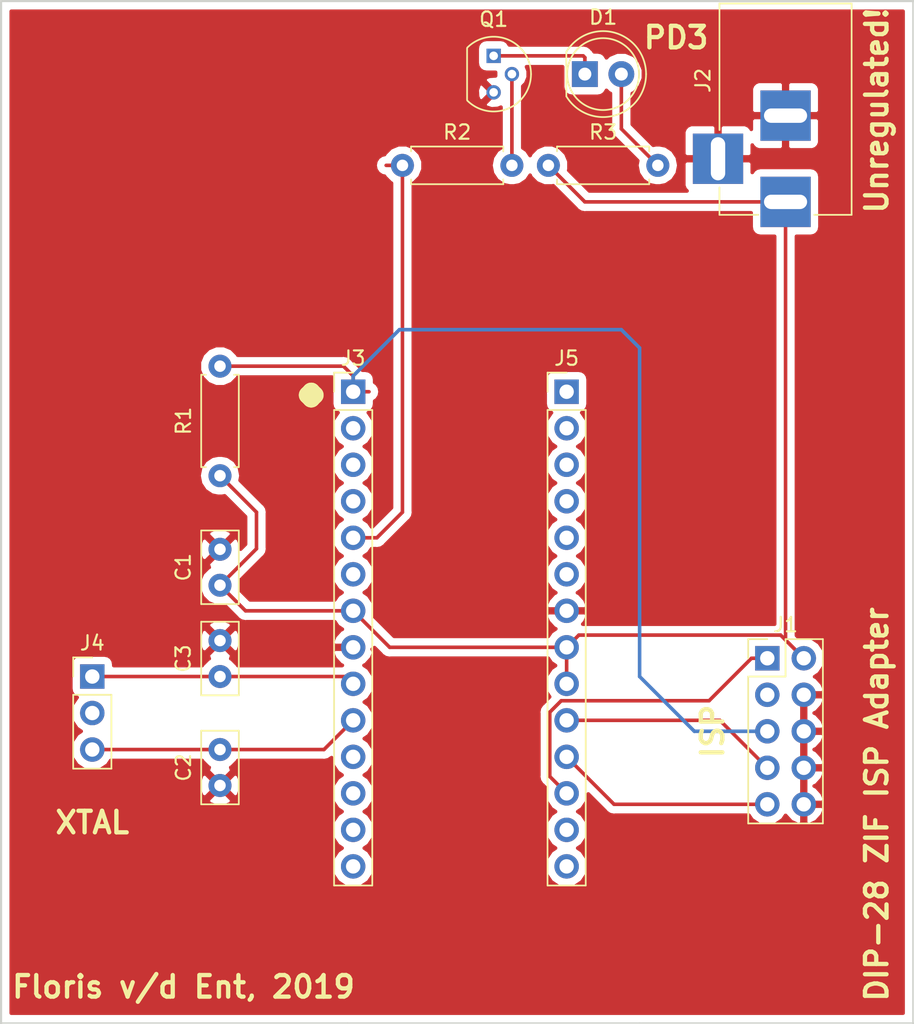
<source format=kicad_pcb>
(kicad_pcb (version 20171130) (host pcbnew "(5.0.2)-1")

  (general
    (thickness 1.6)
    (drawings 13)
    (tracks 54)
    (zones 0)
    (modules 13)
    (nets 31)
  )

  (page A4)
  (layers
    (0 F.Cu signal)
    (31 B.Cu signal)
    (32 B.Adhes user)
    (33 F.Adhes user)
    (34 B.Paste user)
    (35 F.Paste user)
    (36 B.SilkS user)
    (37 F.SilkS user)
    (38 B.Mask user)
    (39 F.Mask user)
    (40 Dwgs.User user)
    (41 Cmts.User user)
    (42 Eco1.User user)
    (43 Eco2.User user)
    (44 Edge.Cuts user)
    (45 Margin user)
    (46 B.CrtYd user)
    (47 F.CrtYd user)
    (48 B.Fab user)
    (49 F.Fab user)
  )

  (setup
    (last_trace_width 0.25)
    (trace_clearance 0.2)
    (zone_clearance 0.508)
    (zone_45_only no)
    (trace_min 0.2)
    (segment_width 0.2)
    (edge_width 0.15)
    (via_size 0.8)
    (via_drill 0.4)
    (via_min_size 0.4)
    (via_min_drill 0.3)
    (uvia_size 0.3)
    (uvia_drill 0.1)
    (uvias_allowed no)
    (uvia_min_size 0.2)
    (uvia_min_drill 0.1)
    (pcb_text_width 0.3)
    (pcb_text_size 1.5 1.5)
    (mod_edge_width 0.15)
    (mod_text_size 1 1)
    (mod_text_width 0.15)
    (pad_size 3.5 3.5)
    (pad_drill 3.5)
    (pad_to_mask_clearance 0.051)
    (solder_mask_min_width 0.25)
    (aux_axis_origin 0 0)
    (visible_elements 7FFFFFFF)
    (pcbplotparams
      (layerselection 0x010f0_ffffffff)
      (usegerberextensions false)
      (usegerberattributes false)
      (usegerberadvancedattributes false)
      (creategerberjobfile false)
      (excludeedgelayer true)
      (linewidth 0.100000)
      (plotframeref false)
      (viasonmask false)
      (mode 1)
      (useauxorigin false)
      (hpglpennumber 1)
      (hpglpenspeed 20)
      (hpglpendiameter 15.000000)
      (psnegative false)
      (psa4output false)
      (plotreference true)
      (plotvalue true)
      (plotinvisibletext false)
      (padsonsilk false)
      (subtractmaskfromsilk false)
      (outputformat 1)
      (mirror false)
      (drillshape 0)
      (scaleselection 1)
      (outputdirectory "C:/Users/flori/Google Drive/Prive/personal projects/dip28_zif_programmer/gerbers/"))
  )

  (net 0 "")
  (net 1 GND)
  (net 2 VCC)
  (net 3 XTAL2)
  (net 4 XTAL1)
  (net 5 "Net-(D1-Pad2)")
  (net 6 "Net-(D1-Pad1)")
  (net 7 MISO)
  (net 8 SCK)
  (net 9 RST)
  (net 10 "Net-(J1-Pad3)")
  (net 11 MOSI)
  (net 12 "Net-(J3-Pad2)")
  (net 13 "Net-(J3-Pad3)")
  (net 14 "Net-(J3-Pad4)")
  (net 15 LED)
  (net 16 "Net-(J3-Pad6)")
  (net 17 "Net-(J3-Pad11)")
  (net 18 "Net-(J3-Pad12)")
  (net 19 "Net-(J3-Pad13)")
  (net 20 "Net-(J3-Pad14)")
  (net 21 "Net-(J4-Pad2)")
  (net 22 "Net-(J5-Pad14)")
  (net 23 "Net-(J5-Pad13)")
  (net 24 "Net-(J5-Pad6)")
  (net 25 "Net-(J5-Pad5)")
  (net 26 "Net-(J5-Pad4)")
  (net 27 "Net-(J5-Pad3)")
  (net 28 "Net-(J5-Pad2)")
  (net 29 "Net-(J5-Pad1)")
  (net 30 "Net-(Q1-Pad2)")

  (net_class Default "This is the default net class."
    (clearance 0.2)
    (trace_width 0.25)
    (via_dia 0.8)
    (via_drill 0.4)
    (uvia_dia 0.3)
    (uvia_drill 0.1)
    (add_net GND)
    (add_net LED)
    (add_net MISO)
    (add_net MOSI)
    (add_net "Net-(D1-Pad1)")
    (add_net "Net-(D1-Pad2)")
    (add_net "Net-(J1-Pad3)")
    (add_net "Net-(J3-Pad11)")
    (add_net "Net-(J3-Pad12)")
    (add_net "Net-(J3-Pad13)")
    (add_net "Net-(J3-Pad14)")
    (add_net "Net-(J3-Pad2)")
    (add_net "Net-(J3-Pad3)")
    (add_net "Net-(J3-Pad4)")
    (add_net "Net-(J3-Pad6)")
    (add_net "Net-(J4-Pad2)")
    (add_net "Net-(J5-Pad1)")
    (add_net "Net-(J5-Pad13)")
    (add_net "Net-(J5-Pad14)")
    (add_net "Net-(J5-Pad2)")
    (add_net "Net-(J5-Pad3)")
    (add_net "Net-(J5-Pad4)")
    (add_net "Net-(J5-Pad5)")
    (add_net "Net-(J5-Pad6)")
    (add_net "Net-(Q1-Pad2)")
    (add_net RST)
    (add_net SCK)
    (add_net VCC)
    (add_net XTAL1)
    (add_net XTAL2)
  )

  (module Connector_PinHeader_2.54mm:PinHeader_1x14_P2.54mm_Vertical (layer F.Cu) (tedit 59FED5CC) (tstamp 5CAB0702)
    (at 157.48 79.248)
    (descr "Through hole straight pin header, 1x14, 2.54mm pitch, single row")
    (tags "Through hole pin header THT 1x14 2.54mm single row")
    (path /5CA9FB74)
    (fp_text reference J5 (at 0 -2.33) (layer F.SilkS)
      (effects (font (size 1 1) (thickness 0.15)))
    )
    (fp_text value Conn_01x14 (at 0 35.35) (layer F.Fab)
      (effects (font (size 1 1) (thickness 0.15)))
    )
    (fp_text user %R (at 0 16.51 90) (layer F.Fab)
      (effects (font (size 1 1) (thickness 0.15)))
    )
    (fp_line (start 1.8 -1.8) (end -1.8 -1.8) (layer F.CrtYd) (width 0.05))
    (fp_line (start 1.8 34.8) (end 1.8 -1.8) (layer F.CrtYd) (width 0.05))
    (fp_line (start -1.8 34.8) (end 1.8 34.8) (layer F.CrtYd) (width 0.05))
    (fp_line (start -1.8 -1.8) (end -1.8 34.8) (layer F.CrtYd) (width 0.05))
    (fp_line (start -1.33 -1.33) (end 0 -1.33) (layer F.SilkS) (width 0.12))
    (fp_line (start -1.33 0) (end -1.33 -1.33) (layer F.SilkS) (width 0.12))
    (fp_line (start -1.33 1.27) (end 1.33 1.27) (layer F.SilkS) (width 0.12))
    (fp_line (start 1.33 1.27) (end 1.33 34.35) (layer F.SilkS) (width 0.12))
    (fp_line (start -1.33 1.27) (end -1.33 34.35) (layer F.SilkS) (width 0.12))
    (fp_line (start -1.33 34.35) (end 1.33 34.35) (layer F.SilkS) (width 0.12))
    (fp_line (start -1.27 -0.635) (end -0.635 -1.27) (layer F.Fab) (width 0.1))
    (fp_line (start -1.27 34.29) (end -1.27 -0.635) (layer F.Fab) (width 0.1))
    (fp_line (start 1.27 34.29) (end -1.27 34.29) (layer F.Fab) (width 0.1))
    (fp_line (start 1.27 -1.27) (end 1.27 34.29) (layer F.Fab) (width 0.1))
    (fp_line (start -0.635 -1.27) (end 1.27 -1.27) (layer F.Fab) (width 0.1))
    (pad 14 thru_hole oval (at 0 33.02) (size 1.7 1.7) (drill 1) (layers *.Cu *.Mask)
      (net 22 "Net-(J5-Pad14)"))
    (pad 13 thru_hole oval (at 0 30.48) (size 1.7 1.7) (drill 1) (layers *.Cu *.Mask)
      (net 23 "Net-(J5-Pad13)"))
    (pad 12 thru_hole oval (at 0 27.94) (size 1.7 1.7) (drill 1) (layers *.Cu *.Mask)
      (net 11 MOSI))
    (pad 11 thru_hole oval (at 0 25.4) (size 1.7 1.7) (drill 1) (layers *.Cu *.Mask)
      (net 7 MISO))
    (pad 10 thru_hole oval (at 0 22.86) (size 1.7 1.7) (drill 1) (layers *.Cu *.Mask)
      (net 8 SCK))
    (pad 9 thru_hole oval (at 0 20.32) (size 1.7 1.7) (drill 1) (layers *.Cu *.Mask)
      (net 2 VCC))
    (pad 8 thru_hole oval (at 0 17.78) (size 1.7 1.7) (drill 1) (layers *.Cu *.Mask)
      (net 2 VCC))
    (pad 7 thru_hole oval (at 0 15.24) (size 1.7 1.7) (drill 1) (layers *.Cu *.Mask)
      (net 1 GND))
    (pad 6 thru_hole oval (at 0 12.7) (size 1.7 1.7) (drill 1) (layers *.Cu *.Mask)
      (net 24 "Net-(J5-Pad6)"))
    (pad 5 thru_hole oval (at 0 10.16) (size 1.7 1.7) (drill 1) (layers *.Cu *.Mask)
      (net 25 "Net-(J5-Pad5)"))
    (pad 4 thru_hole oval (at 0 7.62) (size 1.7 1.7) (drill 1) (layers *.Cu *.Mask)
      (net 26 "Net-(J5-Pad4)"))
    (pad 3 thru_hole oval (at 0 5.08) (size 1.7 1.7) (drill 1) (layers *.Cu *.Mask)
      (net 27 "Net-(J5-Pad3)"))
    (pad 2 thru_hole oval (at 0 2.54) (size 1.7 1.7) (drill 1) (layers *.Cu *.Mask)
      (net 28 "Net-(J5-Pad2)"))
    (pad 1 thru_hole rect (at 0 0) (size 1.7 1.7) (drill 1) (layers *.Cu *.Mask)
      (net 29 "Net-(J5-Pad1)"))
    (model ${KISYS3DMOD}/Connector_PinHeader_2.54mm.3dshapes/PinHeader_1x14_P2.54mm_Vertical.wrl
      (at (xyz 0 0 0))
      (scale (xyz 1 1 1))
      (rotate (xyz 0 0 0))
    )
  )

  (module Resistors_THT:R_Axial_DIN0207_L6.3mm_D2.5mm_P7.62mm_Horizontal (layer F.Cu) (tedit 5874F706) (tstamp 5CABFE15)
    (at 133.35 77.47 270)
    (descr "Resistor, Axial_DIN0207 series, Axial, Horizontal, pin pitch=7.62mm, 0.25W = 1/4W, length*diameter=6.3*2.5mm^2, http://cdn-reichelt.de/documents/datenblatt/B400/1_4W%23YAG.pdf")
    (tags "Resistor Axial_DIN0207 series Axial Horizontal pin pitch 7.62mm 0.25W = 1/4W length 6.3mm diameter 2.5mm")
    (path /5CA9FE23)
    (fp_text reference R1 (at 3.81 2.54 270) (layer F.SilkS)
      (effects (font (size 1 1) (thickness 0.15)))
    )
    (fp_text value 10k (at 3.81 2.31 270) (layer F.Fab)
      (effects (font (size 1 1) (thickness 0.15)))
    )
    (fp_line (start 8.7 -1.6) (end -1.05 -1.6) (layer F.CrtYd) (width 0.05))
    (fp_line (start 8.7 1.6) (end 8.7 -1.6) (layer F.CrtYd) (width 0.05))
    (fp_line (start -1.05 1.6) (end 8.7 1.6) (layer F.CrtYd) (width 0.05))
    (fp_line (start -1.05 -1.6) (end -1.05 1.6) (layer F.CrtYd) (width 0.05))
    (fp_line (start 7.02 1.31) (end 7.02 0.98) (layer F.SilkS) (width 0.12))
    (fp_line (start 0.6 1.31) (end 7.02 1.31) (layer F.SilkS) (width 0.12))
    (fp_line (start 0.6 0.98) (end 0.6 1.31) (layer F.SilkS) (width 0.12))
    (fp_line (start 7.02 -1.31) (end 7.02 -0.98) (layer F.SilkS) (width 0.12))
    (fp_line (start 0.6 -1.31) (end 7.02 -1.31) (layer F.SilkS) (width 0.12))
    (fp_line (start 0.6 -0.98) (end 0.6 -1.31) (layer F.SilkS) (width 0.12))
    (fp_line (start 7.62 0) (end 6.96 0) (layer F.Fab) (width 0.1))
    (fp_line (start 0 0) (end 0.66 0) (layer F.Fab) (width 0.1))
    (fp_line (start 6.96 -1.25) (end 0.66 -1.25) (layer F.Fab) (width 0.1))
    (fp_line (start 6.96 1.25) (end 6.96 -1.25) (layer F.Fab) (width 0.1))
    (fp_line (start 0.66 1.25) (end 6.96 1.25) (layer F.Fab) (width 0.1))
    (fp_line (start 0.66 -1.25) (end 0.66 1.25) (layer F.Fab) (width 0.1))
    (pad 2 thru_hole oval (at 7.62 0 270) (size 1.6 1.6) (drill 0.8) (layers *.Cu *.Mask)
      (net 2 VCC))
    (pad 1 thru_hole circle (at 0 0 270) (size 1.6 1.6) (drill 0.8) (layers *.Cu *.Mask)
      (net 9 RST))
    (model ${KISYS3DMOD}/Resistors_THT.3dshapes/R_Axial_DIN0207_L6.3mm_D2.5mm_P7.62mm_Horizontal.wrl
      (at (xyz 0 0 0))
      (scale (xyz 0.393701 0.393701 0.393701))
      (rotate (xyz 0 0 0))
    )
  )

  (module Capacitors_THT:C_Disc_D5.0mm_W2.5mm_P2.50mm (layer F.Cu) (tedit 597BC7C2) (tstamp 5CAB01E8)
    (at 133.35 92.71 90)
    (descr "C, Disc series, Radial, pin pitch=2.50mm, , diameter*width=5*2.5mm^2, Capacitor, http://cdn-reichelt.de/documents/datenblatt/B300/DS_KERKO_TC.pdf")
    (tags "C Disc series Radial pin pitch 2.50mm  diameter 5mm width 2.5mm Capacitor")
    (path /5CAA18DD)
    (fp_text reference C1 (at 1.25 -2.56 90) (layer F.SilkS)
      (effects (font (size 1 1) (thickness 0.15)))
    )
    (fp_text value 100n (at 1.25 2.56 90) (layer F.Fab)
      (effects (font (size 1 1) (thickness 0.15)))
    )
    (fp_text user %R (at 1.25 0 90) (layer F.Fab)
      (effects (font (size 1 1) (thickness 0.15)))
    )
    (fp_line (start 4.1 -1.6) (end -1.6 -1.6) (layer F.CrtYd) (width 0.05))
    (fp_line (start 4.1 1.6) (end 4.1 -1.6) (layer F.CrtYd) (width 0.05))
    (fp_line (start -1.6 1.6) (end 4.1 1.6) (layer F.CrtYd) (width 0.05))
    (fp_line (start -1.6 -1.6) (end -1.6 1.6) (layer F.CrtYd) (width 0.05))
    (fp_line (start 3.81 -1.31) (end 3.81 1.31) (layer F.SilkS) (width 0.12))
    (fp_line (start -1.31 -1.31) (end -1.31 1.31) (layer F.SilkS) (width 0.12))
    (fp_line (start -1.31 1.31) (end 3.81 1.31) (layer F.SilkS) (width 0.12))
    (fp_line (start -1.31 -1.31) (end 3.81 -1.31) (layer F.SilkS) (width 0.12))
    (fp_line (start 3.75 -1.25) (end -1.25 -1.25) (layer F.Fab) (width 0.1))
    (fp_line (start 3.75 1.25) (end 3.75 -1.25) (layer F.Fab) (width 0.1))
    (fp_line (start -1.25 1.25) (end 3.75 1.25) (layer F.Fab) (width 0.1))
    (fp_line (start -1.25 -1.25) (end -1.25 1.25) (layer F.Fab) (width 0.1))
    (pad 2 thru_hole circle (at 2.5 0 90) (size 1.6 1.6) (drill 0.8) (layers *.Cu *.Mask)
      (net 1 GND))
    (pad 1 thru_hole circle (at 0 0 90) (size 1.6 1.6) (drill 0.8) (layers *.Cu *.Mask)
      (net 2 VCC))
    (model ${KISYS3DMOD}/Capacitors_THT.3dshapes/C_Disc_D5.0mm_W2.5mm_P2.50mm.wrl
      (at (xyz 0 0 0))
      (scale (xyz 1 1 1))
      (rotate (xyz 0 0 0))
    )
  )

  (module Capacitors_THT:C_Disc_D5.0mm_W2.5mm_P2.50mm (layer F.Cu) (tedit 597BC7C2) (tstamp 5CAB01B2)
    (at 133.35 104.14 270)
    (descr "C, Disc series, Radial, pin pitch=2.50mm, , diameter*width=5*2.5mm^2, Capacitor, http://cdn-reichelt.de/documents/datenblatt/B300/DS_KERKO_TC.pdf")
    (tags "C Disc series Radial pin pitch 2.50mm  diameter 5mm width 2.5mm Capacitor")
    (path /5CAA005D)
    (fp_text reference C2 (at 1.25 2.54 270) (layer F.SilkS)
      (effects (font (size 1 1) (thickness 0.15)))
    )
    (fp_text value 22p (at 1.27 -2.54 270) (layer F.Fab)
      (effects (font (size 1 1) (thickness 0.15)))
    )
    (fp_line (start -1.25 -1.25) (end -1.25 1.25) (layer F.Fab) (width 0.1))
    (fp_line (start -1.25 1.25) (end 3.75 1.25) (layer F.Fab) (width 0.1))
    (fp_line (start 3.75 1.25) (end 3.75 -1.25) (layer F.Fab) (width 0.1))
    (fp_line (start 3.75 -1.25) (end -1.25 -1.25) (layer F.Fab) (width 0.1))
    (fp_line (start -1.31 -1.31) (end 3.81 -1.31) (layer F.SilkS) (width 0.12))
    (fp_line (start -1.31 1.31) (end 3.81 1.31) (layer F.SilkS) (width 0.12))
    (fp_line (start -1.31 -1.31) (end -1.31 1.31) (layer F.SilkS) (width 0.12))
    (fp_line (start 3.81 -1.31) (end 3.81 1.31) (layer F.SilkS) (width 0.12))
    (fp_line (start -1.6 -1.6) (end -1.6 1.6) (layer F.CrtYd) (width 0.05))
    (fp_line (start -1.6 1.6) (end 4.1 1.6) (layer F.CrtYd) (width 0.05))
    (fp_line (start 4.1 1.6) (end 4.1 -1.6) (layer F.CrtYd) (width 0.05))
    (fp_line (start 4.1 -1.6) (end -1.6 -1.6) (layer F.CrtYd) (width 0.05))
    (fp_text user %R (at 1.25 0 270) (layer F.Fab)
      (effects (font (size 1 1) (thickness 0.15)))
    )
    (pad 1 thru_hole circle (at 0 0 270) (size 1.6 1.6) (drill 0.8) (layers *.Cu *.Mask)
      (net 3 XTAL2))
    (pad 2 thru_hole circle (at 2.5 0 270) (size 1.6 1.6) (drill 0.8) (layers *.Cu *.Mask)
      (net 1 GND))
    (model ${KISYS3DMOD}/Capacitors_THT.3dshapes/C_Disc_D5.0mm_W2.5mm_P2.50mm.wrl
      (at (xyz 0 0 0))
      (scale (xyz 1 1 1))
      (rotate (xyz 0 0 0))
    )
  )

  (module Capacitors_THT:C_Disc_D5.0mm_W2.5mm_P2.50mm (layer F.Cu) (tedit 597BC7C2) (tstamp 5CAB017C)
    (at 133.35 99.06 90)
    (descr "C, Disc series, Radial, pin pitch=2.50mm, , diameter*width=5*2.5mm^2, Capacitor, http://cdn-reichelt.de/documents/datenblatt/B300/DS_KERKO_TC.pdf")
    (tags "C Disc series Radial pin pitch 2.50mm  diameter 5mm width 2.5mm Capacitor")
    (path /5CA9FFEC)
    (fp_text reference C3 (at 1.25 -2.56 90) (layer F.SilkS)
      (effects (font (size 1 1) (thickness 0.15)))
    )
    (fp_text value 22p (at 1.25 2.56 90) (layer F.Fab)
      (effects (font (size 1 1) (thickness 0.15)))
    )
    (fp_text user %R (at 1.25 0 90) (layer F.Fab)
      (effects (font (size 1 1) (thickness 0.15)))
    )
    (fp_line (start 4.1 -1.6) (end -1.6 -1.6) (layer F.CrtYd) (width 0.05))
    (fp_line (start 4.1 1.6) (end 4.1 -1.6) (layer F.CrtYd) (width 0.05))
    (fp_line (start -1.6 1.6) (end 4.1 1.6) (layer F.CrtYd) (width 0.05))
    (fp_line (start -1.6 -1.6) (end -1.6 1.6) (layer F.CrtYd) (width 0.05))
    (fp_line (start 3.81 -1.31) (end 3.81 1.31) (layer F.SilkS) (width 0.12))
    (fp_line (start -1.31 -1.31) (end -1.31 1.31) (layer F.SilkS) (width 0.12))
    (fp_line (start -1.31 1.31) (end 3.81 1.31) (layer F.SilkS) (width 0.12))
    (fp_line (start -1.31 -1.31) (end 3.81 -1.31) (layer F.SilkS) (width 0.12))
    (fp_line (start 3.75 -1.25) (end -1.25 -1.25) (layer F.Fab) (width 0.1))
    (fp_line (start 3.75 1.25) (end 3.75 -1.25) (layer F.Fab) (width 0.1))
    (fp_line (start -1.25 1.25) (end 3.75 1.25) (layer F.Fab) (width 0.1))
    (fp_line (start -1.25 -1.25) (end -1.25 1.25) (layer F.Fab) (width 0.1))
    (pad 2 thru_hole circle (at 2.5 0 90) (size 1.6 1.6) (drill 0.8) (layers *.Cu *.Mask)
      (net 1 GND))
    (pad 1 thru_hole circle (at 0 0 90) (size 1.6 1.6) (drill 0.8) (layers *.Cu *.Mask)
      (net 4 XTAL1))
    (model ${KISYS3DMOD}/Capacitors_THT.3dshapes/C_Disc_D5.0mm_W2.5mm_P2.50mm.wrl
      (at (xyz 0 0 0))
      (scale (xyz 1 1 1))
      (rotate (xyz 0 0 0))
    )
  )

  (module LEDs:LED_D5.0mm (layer F.Cu) (tedit 5995936A) (tstamp 5CAB0148)
    (at 158.75 57.15)
    (descr "LED, diameter 5.0mm, 2 pins, http://cdn-reichelt.de/documents/datenblatt/A500/LL-504BC2E-009.pdf")
    (tags "LED diameter 5.0mm 2 pins")
    (path /5CAA1EB7)
    (fp_text reference D1 (at 1.27 -3.96) (layer F.SilkS)
      (effects (font (size 1 1) (thickness 0.15)))
    )
    (fp_text value LED_ALT (at 1.27 3.96) (layer F.Fab)
      (effects (font (size 1 1) (thickness 0.15)))
    )
    (fp_text user %R (at 1.25 0) (layer F.Fab)
      (effects (font (size 0.8 0.8) (thickness 0.2)))
    )
    (fp_line (start 4.5 -3.25) (end -1.95 -3.25) (layer F.CrtYd) (width 0.05))
    (fp_line (start 4.5 3.25) (end 4.5 -3.25) (layer F.CrtYd) (width 0.05))
    (fp_line (start -1.95 3.25) (end 4.5 3.25) (layer F.CrtYd) (width 0.05))
    (fp_line (start -1.95 -3.25) (end -1.95 3.25) (layer F.CrtYd) (width 0.05))
    (fp_line (start -1.29 -1.545) (end -1.29 1.545) (layer F.SilkS) (width 0.12))
    (fp_line (start -1.23 -1.469694) (end -1.23 1.469694) (layer F.Fab) (width 0.1))
    (fp_circle (center 1.27 0) (end 3.77 0) (layer F.SilkS) (width 0.12))
    (fp_circle (center 1.27 0) (end 3.77 0) (layer F.Fab) (width 0.1))
    (fp_arc (start 1.27 0) (end -1.29 1.54483) (angle -148.9) (layer F.SilkS) (width 0.12))
    (fp_arc (start 1.27 0) (end -1.29 -1.54483) (angle 148.9) (layer F.SilkS) (width 0.12))
    (fp_arc (start 1.27 0) (end -1.23 -1.469694) (angle 299.1) (layer F.Fab) (width 0.1))
    (pad 2 thru_hole circle (at 2.54 0) (size 1.8 1.8) (drill 0.9) (layers *.Cu *.Mask)
      (net 5 "Net-(D1-Pad2)"))
    (pad 1 thru_hole rect (at 0 0) (size 1.8 1.8) (drill 0.9) (layers *.Cu *.Mask)
      (net 6 "Net-(D1-Pad1)"))
    (model ${KISYS3DMOD}/LEDs.3dshapes/LED_D5.0mm.wrl
      (at (xyz 0 0 0))
      (scale (xyz 0.393701 0.393701 0.393701))
      (rotate (xyz 0 0 0))
    )
  )

  (module Pin_Headers:Pin_Header_Straight_2x05_Pitch2.54mm (layer F.Cu) (tedit 59650532) (tstamp 5CAB0096)
    (at 171.45 97.79)
    (descr "Through hole straight pin header, 2x05, 2.54mm pitch, double rows")
    (tags "Through hole pin header THT 2x05 2.54mm double row")
    (path /5CAA061C)
    (fp_text reference J1 (at 1.27 -2.33) (layer F.SilkS)
      (effects (font (size 1 1) (thickness 0.15)))
    )
    (fp_text value AVR-ISP-10 (at 1.27 12.49) (layer F.Fab)
      (effects (font (size 1 1) (thickness 0.15)))
    )
    (fp_text user %R (at 1.27 5.08 90) (layer F.Fab)
      (effects (font (size 1 1) (thickness 0.15)))
    )
    (fp_line (start 4.35 -1.8) (end -1.8 -1.8) (layer F.CrtYd) (width 0.05))
    (fp_line (start 4.35 11.95) (end 4.35 -1.8) (layer F.CrtYd) (width 0.05))
    (fp_line (start -1.8 11.95) (end 4.35 11.95) (layer F.CrtYd) (width 0.05))
    (fp_line (start -1.8 -1.8) (end -1.8 11.95) (layer F.CrtYd) (width 0.05))
    (fp_line (start -1.33 -1.33) (end 0 -1.33) (layer F.SilkS) (width 0.12))
    (fp_line (start -1.33 0) (end -1.33 -1.33) (layer F.SilkS) (width 0.12))
    (fp_line (start 1.27 -1.33) (end 3.87 -1.33) (layer F.SilkS) (width 0.12))
    (fp_line (start 1.27 1.27) (end 1.27 -1.33) (layer F.SilkS) (width 0.12))
    (fp_line (start -1.33 1.27) (end 1.27 1.27) (layer F.SilkS) (width 0.12))
    (fp_line (start 3.87 -1.33) (end 3.87 11.49) (layer F.SilkS) (width 0.12))
    (fp_line (start -1.33 1.27) (end -1.33 11.49) (layer F.SilkS) (width 0.12))
    (fp_line (start -1.33 11.49) (end 3.87 11.49) (layer F.SilkS) (width 0.12))
    (fp_line (start -1.27 0) (end 0 -1.27) (layer F.Fab) (width 0.1))
    (fp_line (start -1.27 11.43) (end -1.27 0) (layer F.Fab) (width 0.1))
    (fp_line (start 3.81 11.43) (end -1.27 11.43) (layer F.Fab) (width 0.1))
    (fp_line (start 3.81 -1.27) (end 3.81 11.43) (layer F.Fab) (width 0.1))
    (fp_line (start 0 -1.27) (end 3.81 -1.27) (layer F.Fab) (width 0.1))
    (pad 10 thru_hole oval (at 2.54 10.16) (size 1.7 1.7) (drill 1) (layers *.Cu *.Mask)
      (net 1 GND))
    (pad 9 thru_hole oval (at 0 10.16) (size 1.7 1.7) (drill 1) (layers *.Cu *.Mask)
      (net 7 MISO))
    (pad 8 thru_hole oval (at 2.54 7.62) (size 1.7 1.7) (drill 1) (layers *.Cu *.Mask)
      (net 1 GND))
    (pad 7 thru_hole oval (at 0 7.62) (size 1.7 1.7) (drill 1) (layers *.Cu *.Mask)
      (net 8 SCK))
    (pad 6 thru_hole oval (at 2.54 5.08) (size 1.7 1.7) (drill 1) (layers *.Cu *.Mask)
      (net 1 GND))
    (pad 5 thru_hole oval (at 0 5.08) (size 1.7 1.7) (drill 1) (layers *.Cu *.Mask)
      (net 9 RST))
    (pad 4 thru_hole oval (at 2.54 2.54) (size 1.7 1.7) (drill 1) (layers *.Cu *.Mask)
      (net 1 GND))
    (pad 3 thru_hole oval (at 0 2.54) (size 1.7 1.7) (drill 1) (layers *.Cu *.Mask)
      (net 10 "Net-(J1-Pad3)"))
    (pad 2 thru_hole oval (at 2.54 0) (size 1.7 1.7) (drill 1) (layers *.Cu *.Mask)
      (net 2 VCC))
    (pad 1 thru_hole rect (at 0 0) (size 1.7 1.7) (drill 1) (layers *.Cu *.Mask)
      (net 11 MOSI))
    (model ${KISYS3DMOD}/Pin_Headers.3dshapes/Pin_Header_Straight_2x05_Pitch2.54mm.wrl
      (at (xyz 0 0 0))
      (scale (xyz 1 1 1))
      (rotate (xyz 0 0 0))
    )
  )

  (module Connectors:BARREL_JACK (layer F.Cu) (tedit 5861378E) (tstamp 5CAB003B)
    (at 172.72 66.04 270)
    (descr "DC Barrel Jack")
    (tags "Power Jack")
    (path /5CAA2437)
    (fp_text reference J2 (at -8.45 5.75 90) (layer F.SilkS)
      (effects (font (size 1 1) (thickness 0.15)))
    )
    (fp_text value Barrel_Jack_Switch (at -6.2 -5.5 270) (layer F.Fab)
      (effects (font (size 1 1) (thickness 0.15)))
    )
    (fp_line (start 0.8 -4.5) (end -13.7 -4.5) (layer F.Fab) (width 0.1))
    (fp_line (start 0.8 4.5) (end 0.8 -4.5) (layer F.Fab) (width 0.1))
    (fp_line (start -13.7 4.5) (end 0.8 4.5) (layer F.Fab) (width 0.1))
    (fp_line (start -13.7 -4.5) (end -13.7 4.5) (layer F.Fab) (width 0.1))
    (fp_line (start -10.2 -4.5) (end -10.2 4.5) (layer F.Fab) (width 0.1))
    (fp_line (start 0.9 -4.6) (end 0.9 -2) (layer F.SilkS) (width 0.12))
    (fp_line (start -13.8 -4.6) (end 0.9 -4.6) (layer F.SilkS) (width 0.12))
    (fp_line (start 0.9 4.6) (end -1 4.6) (layer F.SilkS) (width 0.12))
    (fp_line (start 0.9 1.9) (end 0.9 4.6) (layer F.SilkS) (width 0.12))
    (fp_line (start -13.8 4.6) (end -13.8 -4.6) (layer F.SilkS) (width 0.12))
    (fp_line (start -5 4.6) (end -13.8 4.6) (layer F.SilkS) (width 0.12))
    (fp_line (start -14 4.75) (end -14 -4.75) (layer F.CrtYd) (width 0.05))
    (fp_line (start -5 4.75) (end -14 4.75) (layer F.CrtYd) (width 0.05))
    (fp_line (start -5 6.75) (end -5 4.75) (layer F.CrtYd) (width 0.05))
    (fp_line (start -1 6.75) (end -5 6.75) (layer F.CrtYd) (width 0.05))
    (fp_line (start -1 4.75) (end -1 6.75) (layer F.CrtYd) (width 0.05))
    (fp_line (start 1 4.75) (end -1 4.75) (layer F.CrtYd) (width 0.05))
    (fp_line (start 1 2) (end 1 4.75) (layer F.CrtYd) (width 0.05))
    (fp_line (start 2 2) (end 1 2) (layer F.CrtYd) (width 0.05))
    (fp_line (start 2 -2) (end 2 2) (layer F.CrtYd) (width 0.05))
    (fp_line (start 1 -2) (end 2 -2) (layer F.CrtYd) (width 0.05))
    (fp_line (start 1 -4.5) (end 1 -2) (layer F.CrtYd) (width 0.05))
    (fp_line (start 1 -4.75) (end -14 -4.75) (layer F.CrtYd) (width 0.05))
    (fp_line (start 1 -4.5) (end 1 -4.75) (layer F.CrtYd) (width 0.05))
    (pad 3 thru_hole rect (at -3 4.7 270) (size 3.5 3.5) (drill oval 3 1) (layers *.Cu *.Mask)
      (net 1 GND))
    (pad 2 thru_hole rect (at -6 0 270) (size 3.5 3.5) (drill oval 1 3) (layers *.Cu *.Mask)
      (net 1 GND))
    (pad 1 thru_hole rect (at 0 0 270) (size 3.5 3.5) (drill oval 1 3) (layers *.Cu *.Mask)
      (net 2 VCC))
  )

  (module Connector_PinHeader_2.54mm:PinHeader_1x14_P2.54mm_Vertical (layer F.Cu) (tedit 59FED5CC) (tstamp 5CAB00F5)
    (at 142.621 79.248)
    (descr "Through hole straight pin header, 1x14, 2.54mm pitch, single row")
    (tags "Through hole pin header THT 1x14 2.54mm single row")
    (path /5CA9FB20)
    (fp_text reference J3 (at 0 -2.33) (layer F.SilkS)
      (effects (font (size 1 1) (thickness 0.15)))
    )
    (fp_text value Conn_01x14 (at 0 35.35) (layer F.Fab)
      (effects (font (size 1 1) (thickness 0.15)))
    )
    (fp_line (start -0.635 -1.27) (end 1.27 -1.27) (layer F.Fab) (width 0.1))
    (fp_line (start 1.27 -1.27) (end 1.27 34.29) (layer F.Fab) (width 0.1))
    (fp_line (start 1.27 34.29) (end -1.27 34.29) (layer F.Fab) (width 0.1))
    (fp_line (start -1.27 34.29) (end -1.27 -0.635) (layer F.Fab) (width 0.1))
    (fp_line (start -1.27 -0.635) (end -0.635 -1.27) (layer F.Fab) (width 0.1))
    (fp_line (start -1.33 34.35) (end 1.33 34.35) (layer F.SilkS) (width 0.12))
    (fp_line (start -1.33 1.27) (end -1.33 34.35) (layer F.SilkS) (width 0.12))
    (fp_line (start 1.33 1.27) (end 1.33 34.35) (layer F.SilkS) (width 0.12))
    (fp_line (start -1.33 1.27) (end 1.33 1.27) (layer F.SilkS) (width 0.12))
    (fp_line (start -1.33 0) (end -1.33 -1.33) (layer F.SilkS) (width 0.12))
    (fp_line (start -1.33 -1.33) (end 0 -1.33) (layer F.SilkS) (width 0.12))
    (fp_line (start -1.8 -1.8) (end -1.8 34.8) (layer F.CrtYd) (width 0.05))
    (fp_line (start -1.8 34.8) (end 1.8 34.8) (layer F.CrtYd) (width 0.05))
    (fp_line (start 1.8 34.8) (end 1.8 -1.8) (layer F.CrtYd) (width 0.05))
    (fp_line (start 1.8 -1.8) (end -1.8 -1.8) (layer F.CrtYd) (width 0.05))
    (fp_text user %R (at 0 16.51 90) (layer F.Fab)
      (effects (font (size 1 1) (thickness 0.15)))
    )
    (pad 1 thru_hole rect (at 0 0) (size 1.7 1.7) (drill 1) (layers *.Cu *.Mask)
      (net 9 RST))
    (pad 2 thru_hole oval (at 0 2.54) (size 1.7 1.7) (drill 1) (layers *.Cu *.Mask)
      (net 12 "Net-(J3-Pad2)"))
    (pad 3 thru_hole oval (at 0 5.08) (size 1.7 1.7) (drill 1) (layers *.Cu *.Mask)
      (net 13 "Net-(J3-Pad3)"))
    (pad 4 thru_hole oval (at 0 7.62) (size 1.7 1.7) (drill 1) (layers *.Cu *.Mask)
      (net 14 "Net-(J3-Pad4)"))
    (pad 5 thru_hole oval (at 0 10.16) (size 1.7 1.7) (drill 1) (layers *.Cu *.Mask)
      (net 15 LED))
    (pad 6 thru_hole oval (at 0 12.7) (size 1.7 1.7) (drill 1) (layers *.Cu *.Mask)
      (net 16 "Net-(J3-Pad6)"))
    (pad 7 thru_hole oval (at 0 15.24) (size 1.7 1.7) (drill 1) (layers *.Cu *.Mask)
      (net 2 VCC))
    (pad 8 thru_hole oval (at 0 17.78) (size 1.7 1.7) (drill 1) (layers *.Cu *.Mask)
      (net 1 GND))
    (pad 9 thru_hole oval (at 0 20.32) (size 1.7 1.7) (drill 1) (layers *.Cu *.Mask)
      (net 4 XTAL1))
    (pad 10 thru_hole oval (at 0 22.86) (size 1.7 1.7) (drill 1) (layers *.Cu *.Mask)
      (net 3 XTAL2))
    (pad 11 thru_hole oval (at 0 25.4) (size 1.7 1.7) (drill 1) (layers *.Cu *.Mask)
      (net 17 "Net-(J3-Pad11)"))
    (pad 12 thru_hole oval (at 0 27.94) (size 1.7 1.7) (drill 1) (layers *.Cu *.Mask)
      (net 18 "Net-(J3-Pad12)"))
    (pad 13 thru_hole oval (at 0 30.48) (size 1.7 1.7) (drill 1) (layers *.Cu *.Mask)
      (net 19 "Net-(J3-Pad13)"))
    (pad 14 thru_hole oval (at 0 33.02) (size 1.7 1.7) (drill 1) (layers *.Cu *.Mask)
      (net 20 "Net-(J3-Pad14)"))
    (model ${KISYS3DMOD}/Connector_PinHeader_2.54mm.3dshapes/PinHeader_1x14_P2.54mm_Vertical.wrl
      (at (xyz 0 0 0))
      (scale (xyz 1 1 1))
      (rotate (xyz 0 0 0))
    )
  )

  (module Connector_PinHeader_2.54mm:PinHeader_1x03_P2.54mm_Vertical (layer F.Cu) (tedit 59FED5CC) (tstamp 5CAC03B8)
    (at 124.46 99.06)
    (descr "Through hole straight pin header, 1x03, 2.54mm pitch, single row")
    (tags "Through hole pin header THT 1x03 2.54mm single row")
    (path /5CA9FF77)
    (fp_text reference J4 (at 0 -2.33) (layer F.SilkS)
      (effects (font (size 1 1) (thickness 0.15)))
    )
    (fp_text value Conn_01x03 (at 0 7.41) (layer F.Fab)
      (effects (font (size 1 1) (thickness 0.15)))
    )
    (fp_line (start -0.635 -1.27) (end 1.27 -1.27) (layer F.Fab) (width 0.1))
    (fp_line (start 1.27 -1.27) (end 1.27 6.35) (layer F.Fab) (width 0.1))
    (fp_line (start 1.27 6.35) (end -1.27 6.35) (layer F.Fab) (width 0.1))
    (fp_line (start -1.27 6.35) (end -1.27 -0.635) (layer F.Fab) (width 0.1))
    (fp_line (start -1.27 -0.635) (end -0.635 -1.27) (layer F.Fab) (width 0.1))
    (fp_line (start -1.33 6.41) (end 1.33 6.41) (layer F.SilkS) (width 0.12))
    (fp_line (start -1.33 1.27) (end -1.33 6.41) (layer F.SilkS) (width 0.12))
    (fp_line (start 1.33 1.27) (end 1.33 6.41) (layer F.SilkS) (width 0.12))
    (fp_line (start -1.33 1.27) (end 1.33 1.27) (layer F.SilkS) (width 0.12))
    (fp_line (start -1.33 0) (end -1.33 -1.33) (layer F.SilkS) (width 0.12))
    (fp_line (start -1.33 -1.33) (end 0 -1.33) (layer F.SilkS) (width 0.12))
    (fp_line (start -1.8 -1.8) (end -1.8 6.85) (layer F.CrtYd) (width 0.05))
    (fp_line (start -1.8 6.85) (end 1.8 6.85) (layer F.CrtYd) (width 0.05))
    (fp_line (start 1.8 6.85) (end 1.8 -1.8) (layer F.CrtYd) (width 0.05))
    (fp_line (start 1.8 -1.8) (end -1.8 -1.8) (layer F.CrtYd) (width 0.05))
    (fp_text user %R (at 0 2.54 90) (layer F.Fab)
      (effects (font (size 1 1) (thickness 0.15)))
    )
    (pad 1 thru_hole rect (at 0 0) (size 1.7 1.7) (drill 1) (layers *.Cu *.Mask)
      (net 4 XTAL1))
    (pad 2 thru_hole oval (at 0 2.54) (size 1.7 1.7) (drill 1) (layers *.Cu *.Mask)
      (net 21 "Net-(J4-Pad2)"))
    (pad 3 thru_hole oval (at 0 5.08) (size 1.7 1.7) (drill 1) (layers *.Cu *.Mask)
      (net 3 XTAL2))
    (model ${KISYS3DMOD}/Connector_PinHeader_2.54mm.3dshapes/PinHeader_1x03_P2.54mm_Vertical.wrl
      (at (xyz 0 0 0))
      (scale (xyz 1 1 1))
      (rotate (xyz 0 0 0))
    )
  )

  (module Resistors_THT:R_Axial_DIN0207_L6.3mm_D2.5mm_P7.62mm_Horizontal (layer F.Cu) (tedit 5874F706) (tstamp 5CAAFED0)
    (at 146.05 63.5)
    (descr "Resistor, Axial_DIN0207 series, Axial, Horizontal, pin pitch=7.62mm, 0.25W = 1/4W, length*diameter=6.3*2.5mm^2, http://cdn-reichelt.de/documents/datenblatt/B400/1_4W%23YAG.pdf")
    (tags "Resistor Axial_DIN0207 series Axial Horizontal pin pitch 7.62mm 0.25W = 1/4W length 6.3mm diameter 2.5mm")
    (path /5CAA1A8D)
    (fp_text reference R2 (at 3.81 -2.31) (layer F.SilkS)
      (effects (font (size 1 1) (thickness 0.15)))
    )
    (fp_text value 1k (at 3.81 2.31) (layer F.Fab)
      (effects (font (size 1 1) (thickness 0.15)))
    )
    (fp_line (start 0.66 -1.25) (end 0.66 1.25) (layer F.Fab) (width 0.1))
    (fp_line (start 0.66 1.25) (end 6.96 1.25) (layer F.Fab) (width 0.1))
    (fp_line (start 6.96 1.25) (end 6.96 -1.25) (layer F.Fab) (width 0.1))
    (fp_line (start 6.96 -1.25) (end 0.66 -1.25) (layer F.Fab) (width 0.1))
    (fp_line (start 0 0) (end 0.66 0) (layer F.Fab) (width 0.1))
    (fp_line (start 7.62 0) (end 6.96 0) (layer F.Fab) (width 0.1))
    (fp_line (start 0.6 -0.98) (end 0.6 -1.31) (layer F.SilkS) (width 0.12))
    (fp_line (start 0.6 -1.31) (end 7.02 -1.31) (layer F.SilkS) (width 0.12))
    (fp_line (start 7.02 -1.31) (end 7.02 -0.98) (layer F.SilkS) (width 0.12))
    (fp_line (start 0.6 0.98) (end 0.6 1.31) (layer F.SilkS) (width 0.12))
    (fp_line (start 0.6 1.31) (end 7.02 1.31) (layer F.SilkS) (width 0.12))
    (fp_line (start 7.02 1.31) (end 7.02 0.98) (layer F.SilkS) (width 0.12))
    (fp_line (start -1.05 -1.6) (end -1.05 1.6) (layer F.CrtYd) (width 0.05))
    (fp_line (start -1.05 1.6) (end 8.7 1.6) (layer F.CrtYd) (width 0.05))
    (fp_line (start 8.7 1.6) (end 8.7 -1.6) (layer F.CrtYd) (width 0.05))
    (fp_line (start 8.7 -1.6) (end -1.05 -1.6) (layer F.CrtYd) (width 0.05))
    (pad 1 thru_hole circle (at 0 0) (size 1.6 1.6) (drill 0.8) (layers *.Cu *.Mask)
      (net 15 LED))
    (pad 2 thru_hole oval (at 7.62 0) (size 1.6 1.6) (drill 0.8) (layers *.Cu *.Mask)
      (net 30 "Net-(Q1-Pad2)"))
    (model ${KISYS3DMOD}/Resistors_THT.3dshapes/R_Axial_DIN0207_L6.3mm_D2.5mm_P7.62mm_Horizontal.wrl
      (at (xyz 0 0 0))
      (scale (xyz 0.393701 0.393701 0.393701))
      (rotate (xyz 0 0 0))
    )
  )

  (module Resistors_THT:R_Axial_DIN0207_L6.3mm_D2.5mm_P7.62mm_Horizontal (layer F.Cu) (tedit 5874F706) (tstamp 5CAAFF4E)
    (at 156.21 63.5)
    (descr "Resistor, Axial_DIN0207 series, Axial, Horizontal, pin pitch=7.62mm, 0.25W = 1/4W, length*diameter=6.3*2.5mm^2, http://cdn-reichelt.de/documents/datenblatt/B400/1_4W%23YAG.pdf")
    (tags "Resistor Axial_DIN0207 series Axial Horizontal pin pitch 7.62mm 0.25W = 1/4W length 6.3mm diameter 2.5mm")
    (path /5CAA218B)
    (fp_text reference R3 (at 3.81 -2.31) (layer F.SilkS)
      (effects (font (size 1 1) (thickness 0.15)))
    )
    (fp_text value 1k (at 3.81 2.31) (layer F.Fab)
      (effects (font (size 1 1) (thickness 0.15)))
    )
    (fp_line (start 8.7 -1.6) (end -1.05 -1.6) (layer F.CrtYd) (width 0.05))
    (fp_line (start 8.7 1.6) (end 8.7 -1.6) (layer F.CrtYd) (width 0.05))
    (fp_line (start -1.05 1.6) (end 8.7 1.6) (layer F.CrtYd) (width 0.05))
    (fp_line (start -1.05 -1.6) (end -1.05 1.6) (layer F.CrtYd) (width 0.05))
    (fp_line (start 7.02 1.31) (end 7.02 0.98) (layer F.SilkS) (width 0.12))
    (fp_line (start 0.6 1.31) (end 7.02 1.31) (layer F.SilkS) (width 0.12))
    (fp_line (start 0.6 0.98) (end 0.6 1.31) (layer F.SilkS) (width 0.12))
    (fp_line (start 7.02 -1.31) (end 7.02 -0.98) (layer F.SilkS) (width 0.12))
    (fp_line (start 0.6 -1.31) (end 7.02 -1.31) (layer F.SilkS) (width 0.12))
    (fp_line (start 0.6 -0.98) (end 0.6 -1.31) (layer F.SilkS) (width 0.12))
    (fp_line (start 7.62 0) (end 6.96 0) (layer F.Fab) (width 0.1))
    (fp_line (start 0 0) (end 0.66 0) (layer F.Fab) (width 0.1))
    (fp_line (start 6.96 -1.25) (end 0.66 -1.25) (layer F.Fab) (width 0.1))
    (fp_line (start 6.96 1.25) (end 6.96 -1.25) (layer F.Fab) (width 0.1))
    (fp_line (start 0.66 1.25) (end 6.96 1.25) (layer F.Fab) (width 0.1))
    (fp_line (start 0.66 -1.25) (end 0.66 1.25) (layer F.Fab) (width 0.1))
    (pad 2 thru_hole oval (at 7.62 0) (size 1.6 1.6) (drill 0.8) (layers *.Cu *.Mask)
      (net 5 "Net-(D1-Pad2)"))
    (pad 1 thru_hole circle (at 0 0) (size 1.6 1.6) (drill 0.8) (layers *.Cu *.Mask)
      (net 2 VCC))
    (model ${KISYS3DMOD}/Resistors_THT.3dshapes/R_Axial_DIN0207_L6.3mm_D2.5mm_P7.62mm_Horizontal.wrl
      (at (xyz 0 0 0))
      (scale (xyz 0.393701 0.393701 0.393701))
      (rotate (xyz 0 0 0))
    )
  )

  (module TO_SOT_Packages_THT:TO-92_Molded_Narrow (layer F.Cu) (tedit 5CAA1CEB) (tstamp 5CAC0BC8)
    (at 152.4 55.88 270)
    (descr "TO-92 leads molded, narrow, drill 0.6mm (see NXP sot054_po.pdf)")
    (tags "to-92 sc-43 sc-43a sot54 PA33 transistor")
    (path /5CAA1A51)
    (fp_text reference Q1 (at -2.54 0) (layer F.SilkS)
      (effects (font (size 1 1) (thickness 0.15)))
    )
    (fp_text value BC547 (at 1.27 2.79 270) (layer F.Fab)
      (effects (font (size 1 1) (thickness 0.15)))
    )
    (fp_arc (start 1.27 0) (end 1.27 -2.6) (angle 135) (layer F.SilkS) (width 0.12))
    (fp_arc (start 1.27 0) (end 1.27 -2.48) (angle -135) (layer F.Fab) (width 0.1))
    (fp_arc (start 1.27 0) (end 1.27 -2.6) (angle -135) (layer F.SilkS) (width 0.12))
    (fp_arc (start 1.27 0) (end 1.27 -2.48) (angle 135) (layer F.Fab) (width 0.1))
    (fp_line (start 4 2.01) (end -1.46 2.01) (layer F.CrtYd) (width 0.05))
    (fp_line (start 4 2.01) (end 4 -2.73) (layer F.CrtYd) (width 0.05))
    (fp_line (start -1.46 -2.73) (end -1.46 2.01) (layer F.CrtYd) (width 0.05))
    (fp_line (start -1.46 -2.73) (end 4 -2.73) (layer F.CrtYd) (width 0.05))
    (fp_line (start -0.5 1.75) (end 3 1.75) (layer F.Fab) (width 0.1))
    (fp_line (start -0.53 1.85) (end 3.07 1.85) (layer F.SilkS) (width 0.12))
    (fp_text user %R (at 1.27 -3.56) (layer F.Fab)
      (effects (font (size 1 1) (thickness 0.15)))
    )
    (pad 1 thru_hole rect (at 0 0) (size 1 1) (drill 0.6) (layers *.Cu *.Mask)
      (net 6 "Net-(D1-Pad1)"))
    (pad 3 thru_hole circle (at 2.54 0) (size 1 1) (drill 0.6) (layers *.Cu *.Mask)
      (net 1 GND))
    (pad 2 thru_hole circle (at 1.27 -1.27) (size 1 1) (drill 0.6) (layers *.Cu *.Mask)
      (net 30 "Net-(Q1-Pad2)"))
    (model ${KISYS3DMOD}/TO_SOT_Packages_THT.3dshapes/TO-92_Molded_Narrow.wrl
      (offset (xyz 1.269999980926514 0 0))
      (scale (xyz 1 1 1))
      (rotate (xyz 0 0 -90))
    )
  )

  (gr_text ISP (at 167.64 102.87 90) (layer F.SilkS)
    (effects (font (size 1.5 1.5) (thickness 0.3)))
  )
  (gr_text Unregulated! (at 179.07 59.69 90) (layer F.SilkS)
    (effects (font (size 1.5 1.5) (thickness 0.3)))
  )
  (gr_text XTAL (at 124.46 109.22) (layer F.SilkS)
    (effects (font (size 1.5 1.5) (thickness 0.3)))
  )
  (gr_text PD3 (at 165.1 54.61) (layer F.SilkS) (tstamp 5CAC1AE8)
    (effects (font (size 1.5 1.5) (thickness 0.3)))
  )
  (gr_text . (at 139.7 77.47) (layer F.SilkS)
    (effects (font (size 5 5) (thickness 1.25)))
  )
  (gr_text "Floris v/d Ent, 2019" (at 130.81 120.65) (layer F.SilkS)
    (effects (font (size 1.5 1.5) (thickness 0.3)))
  )
  (gr_text "DIP-28 ZIF ISP Adapter" (at 179.07 107.95 90) (layer F.SilkS)
    (effects (font (size 1.5 1.5) (thickness 0.3)))
  )
  (gr_line (start 118.11 123.19) (end 142.24 123.19) (layer Edge.Cuts) (width 0.15))
  (gr_line (start 118.11 52.07) (end 118.11 123.19) (layer Edge.Cuts) (width 0.15))
  (gr_line (start 181.61 52.07) (end 118.11 52.07) (layer Edge.Cuts) (width 0.15))
  (gr_line (start 181.61 123.19) (end 181.61 52.07) (layer Edge.Cuts) (width 0.15))
  (gr_line (start 162.56 123.19) (end 181.61 123.19) (layer Edge.Cuts) (width 0.15))
  (gr_line (start 142.24 123.19) (end 162.56 123.19) (layer Edge.Cuts) (width 0.15))

  (segment (start 158.75 66.04) (end 156.21 63.5) (width 0.25) (layer F.Cu) (net 2))
  (segment (start 172.72 66.04) (end 158.75 66.04) (width 0.25) (layer F.Cu) (net 2))
  (segment (start 135.128 94.488) (end 133.35 92.71) (width 0.25) (layer F.Cu) (net 2))
  (segment (start 142.621 94.488) (end 135.128 94.488) (width 0.25) (layer F.Cu) (net 2))
  (segment (start 157.48 97.028) (end 157.48 99.568) (width 0.25) (layer F.Cu) (net 2))
  (segment (start 173.99 67.31) (end 172.72 66.04) (width 0.25) (layer F.Cu) (net 2))
  (segment (start 158.329999 96.178001) (end 157.48 97.028) (width 0.25) (layer F.Cu) (net 2))
  (segment (start 145.161 97.028) (end 142.621 94.488) (width 0.25) (layer F.Cu) (net 2))
  (segment (start 157.48 97.028) (end 145.161 97.028) (width 0.25) (layer F.Cu) (net 2))
  (segment (start 134.149999 85.889999) (end 133.35 85.09) (width 0.25) (layer F.Cu) (net 2))
  (segment (start 135.89 87.63) (end 134.149999 85.889999) (width 0.25) (layer F.Cu) (net 2))
  (segment (start 135.89 90.17) (end 135.89 87.63) (width 0.25) (layer F.Cu) (net 2))
  (segment (start 133.35 92.71) (end 135.89 90.17) (width 0.25) (layer F.Cu) (net 2))
  (segment (start 172.72 96.52) (end 173.99 97.79) (width 0.25) (layer F.Cu) (net 2))
  (segment (start 173.99 97.79) (end 172.378001 96.178001) (width 0.25) (layer F.Cu) (net 2))
  (segment (start 172.378001 96.178001) (end 158.329999 96.178001) (width 0.25) (layer F.Cu) (net 2))
  (segment (start 172.72 66.04) (end 172.72 96.52) (width 0.25) (layer F.Cu) (net 2))
  (segment (start 140.589 104.14) (end 142.621 102.108) (width 0.25) (layer F.Cu) (net 3))
  (segment (start 133.35 104.14) (end 140.589 104.14) (width 0.25) (layer F.Cu) (net 3))
  (segment (start 124.46 104.14) (end 133.35 104.14) (width 0.25) (layer F.Cu) (net 3))
  (segment (start 142.113 99.06) (end 142.621 99.568) (width 0.25) (layer F.Cu) (net 4))
  (segment (start 133.35 99.06) (end 142.113 99.06) (width 0.25) (layer F.Cu) (net 4))
  (segment (start 124.46 99.06) (end 133.35 99.06) (width 0.25) (layer F.Cu) (net 4))
  (segment (start 161.29 60.96) (end 163.83 63.5) (width 0.25) (layer F.Cu) (net 5))
  (segment (start 161.29 57.15) (end 161.29 60.96) (width 0.25) (layer F.Cu) (net 5))
  (segment (start 158.75 56) (end 158.75 57.15) (width 0.25) (layer F.Cu) (net 6))
  (segment (start 158.63 55.88) (end 158.75 56) (width 0.25) (layer F.Cu) (net 6))
  (segment (start 152.4 55.88) (end 158.63 55.88) (width 0.25) (layer F.Cu) (net 6))
  (segment (start 160.782 107.95) (end 157.48 104.648) (width 0.25) (layer F.Cu) (net 7))
  (segment (start 171.45 107.95) (end 160.782 107.95) (width 0.25) (layer F.Cu) (net 7))
  (segment (start 157.48 102.108) (end 168.148 102.108) (width 0.25) (layer F.Cu) (net 8))
  (segment (start 168.148 102.108) (end 171.45 105.41) (width 0.25) (layer F.Cu) (net 8))
  (segment (start 143.721 79.248) (end 142.621 79.248) (width 0.25) (layer F.Cu) (net 9))
  (segment (start 142.621 78.148) (end 142.621 79.248) (width 0.25) (layer F.Cu) (net 9))
  (segment (start 141.943 77.47) (end 142.621 78.148) (width 0.25) (layer F.Cu) (net 9))
  (segment (start 133.35 77.47) (end 141.943 77.47) (width 0.25) (layer F.Cu) (net 9))
  (segment (start 145.839 74.93) (end 142.621 78.148) (width 0.25) (layer B.Cu) (net 9))
  (segment (start 142.621 78.148) (end 142.621 79.248) (width 0.25) (layer B.Cu) (net 9))
  (segment (start 161.29 74.93) (end 145.839 74.93) (width 0.25) (layer B.Cu) (net 9))
  (segment (start 162.56 76.2) (end 161.29 74.93) (width 0.25) (layer B.Cu) (net 9))
  (segment (start 162.56 99.06) (end 162.56 76.2) (width 0.25) (layer B.Cu) (net 9))
  (segment (start 171.45 102.87) (end 166.37 102.87) (width 0.25) (layer B.Cu) (net 9))
  (segment (start 166.37 102.87) (end 162.56 99.06) (width 0.25) (layer B.Cu) (net 9))
  (segment (start 170.35 97.79) (end 171.45 97.79) (width 0.25) (layer F.Cu) (net 11))
  (segment (start 157.48 107.188) (end 156.304999 106.012999) (width 0.25) (layer F.Cu) (net 11))
  (segment (start 156.304999 106.012999) (end 156.304999 101.543999) (width 0.25) (layer F.Cu) (net 11))
  (segment (start 156.304999 101.543999) (end 157.105997 100.743001) (width 0.25) (layer F.Cu) (net 11))
  (segment (start 157.105997 100.743001) (end 167.396999 100.743001) (width 0.25) (layer F.Cu) (net 11))
  (segment (start 167.396999 100.743001) (end 170.35 97.79) (width 0.25) (layer F.Cu) (net 11))
  (segment (start 146.05 63.5) (end 144.91863 63.5) (width 0.25) (layer F.Cu) (net 15))
  (segment (start 142.621 89.408) (end 144.272 89.408) (width 0.25) (layer F.Cu) (net 15))
  (segment (start 146.05 87.63) (end 146.05 63.5) (width 0.25) (layer F.Cu) (net 15))
  (segment (start 144.272 89.408) (end 146.05 87.63) (width 0.25) (layer F.Cu) (net 15))
  (segment (start 153.67 63.5) (end 153.67 57.15) (width 0.25) (layer F.Cu) (net 30))

  (zone (net 1) (net_name GND) (layer F.Cu) (tstamp 5CAA3AC7) (hatch edge 0.508)
    (connect_pads (clearance 0.508))
    (min_thickness 0.254)
    (fill yes (arc_segments 16) (thermal_gap 0.508) (thermal_bridge_width 0.508))
    (polygon
      (pts
        (xy 118.11 123.19) (xy 181.61 123.19) (xy 181.61 52.07) (xy 118.11 52.07)
      )
    )
    (filled_polygon
      (pts
        (xy 180.9 122.48) (xy 118.82 122.48) (xy 118.82 107.647745) (xy 132.521861 107.647745) (xy 132.595995 107.893864)
        (xy 133.133223 108.086965) (xy 133.703454 108.059778) (xy 134.104005 107.893864) (xy 134.178139 107.647745) (xy 133.35 106.819605)
        (xy 132.521861 107.647745) (xy 118.82 107.647745) (xy 118.82 106.423223) (xy 131.903035 106.423223) (xy 131.930222 106.993454)
        (xy 132.096136 107.394005) (xy 132.342255 107.468139) (xy 133.170395 106.64) (xy 133.529605 106.64) (xy 134.357745 107.468139)
        (xy 134.603864 107.394005) (xy 134.796965 106.856777) (xy 134.769778 106.286546) (xy 134.603864 105.885995) (xy 134.357745 105.811861)
        (xy 133.529605 106.64) (xy 133.170395 106.64) (xy 132.342255 105.811861) (xy 132.096136 105.885995) (xy 131.903035 106.423223)
        (xy 118.82 106.423223) (xy 118.82 101.6) (xy 122.945908 101.6) (xy 123.061161 102.179418) (xy 123.389375 102.670625)
        (xy 123.687761 102.87) (xy 123.389375 103.069375) (xy 123.061161 103.560582) (xy 122.945908 104.14) (xy 123.061161 104.719418)
        (xy 123.389375 105.210625) (xy 123.880582 105.538839) (xy 124.313744 105.625) (xy 124.606256 105.625) (xy 125.039418 105.538839)
        (xy 125.530625 105.210625) (xy 125.738178 104.9) (xy 132.11157 104.9) (xy 132.133466 104.952862) (xy 132.537138 105.356534)
        (xy 132.602299 105.383525) (xy 132.595995 105.386136) (xy 132.521861 105.632255) (xy 133.35 106.460395) (xy 134.178139 105.632255)
        (xy 134.104005 105.386136) (xy 134.097254 105.38371) (xy 134.162862 105.356534) (xy 134.566534 104.952862) (xy 134.58843 104.9)
        (xy 140.514153 104.9) (xy 140.589 104.914888) (xy 140.663847 104.9) (xy 140.663852 104.9) (xy 140.885537 104.855904)
        (xy 141.117441 104.700951) (xy 141.222161 105.227418) (xy 141.550375 105.718625) (xy 141.848761 105.918) (xy 141.550375 106.117375)
        (xy 141.222161 106.608582) (xy 141.106908 107.188) (xy 141.222161 107.767418) (xy 141.550375 108.258625) (xy 141.848761 108.458)
        (xy 141.550375 108.657375) (xy 141.222161 109.148582) (xy 141.106908 109.728) (xy 141.222161 110.307418) (xy 141.550375 110.798625)
        (xy 141.848761 110.998) (xy 141.550375 111.197375) (xy 141.222161 111.688582) (xy 141.106908 112.268) (xy 141.222161 112.847418)
        (xy 141.550375 113.338625) (xy 142.041582 113.666839) (xy 142.474744 113.753) (xy 142.767256 113.753) (xy 143.200418 113.666839)
        (xy 143.691625 113.338625) (xy 144.019839 112.847418) (xy 144.135092 112.268) (xy 144.019839 111.688582) (xy 143.691625 111.197375)
        (xy 143.393239 110.998) (xy 143.691625 110.798625) (xy 144.019839 110.307418) (xy 144.135092 109.728) (xy 144.019839 109.148582)
        (xy 143.691625 108.657375) (xy 143.393239 108.458) (xy 143.691625 108.258625) (xy 144.019839 107.767418) (xy 144.135092 107.188)
        (xy 144.019839 106.608582) (xy 143.691625 106.117375) (xy 143.393239 105.918) (xy 143.691625 105.718625) (xy 144.019839 105.227418)
        (xy 144.135092 104.648) (xy 144.019839 104.068582) (xy 143.691625 103.577375) (xy 143.393239 103.378) (xy 143.691625 103.178625)
        (xy 144.019839 102.687418) (xy 144.135092 102.108) (xy 144.019839 101.528582) (xy 143.691625 101.037375) (xy 143.393239 100.838)
        (xy 143.691625 100.638625) (xy 144.019839 100.147418) (xy 144.135092 99.568) (xy 144.019839 98.988582) (xy 143.691625 98.497375)
        (xy 143.372522 98.284157) (xy 143.502358 98.223183) (xy 143.892645 97.794924) (xy 144.062476 97.38489) (xy 143.941156 97.155002)
        (xy 144.106 97.155002) (xy 144.106 97.047802) (xy 144.570673 97.512476) (xy 144.613071 97.575929) (xy 144.676524 97.618327)
        (xy 144.676526 97.618329) (xy 144.801902 97.702102) (xy 144.864463 97.743904) (xy 145.086148 97.788) (xy 145.086152 97.788)
        (xy 145.160999 97.802888) (xy 145.235846 97.788) (xy 156.201822 97.788) (xy 156.409375 98.098625) (xy 156.707761 98.298)
        (xy 156.409375 98.497375) (xy 156.081161 98.988582) (xy 155.965908 99.568) (xy 156.081161 100.147418) (xy 156.299705 100.474492)
        (xy 155.820527 100.95367) (xy 155.757071 100.99607) (xy 155.714671 101.059526) (xy 155.71467 101.059527) (xy 155.589096 101.247462)
        (xy 155.530111 101.543999) (xy 155.545 101.618851) (xy 155.544999 105.938152) (xy 155.530111 106.012999) (xy 155.544999 106.087846)
        (xy 155.544999 106.08785) (xy 155.589095 106.309535) (xy 155.75707 106.560928) (xy 155.820529 106.60333) (xy 156.038791 106.821592)
        (xy 155.965908 107.188) (xy 156.081161 107.767418) (xy 156.409375 108.258625) (xy 156.707761 108.458) (xy 156.409375 108.657375)
        (xy 156.081161 109.148582) (xy 155.965908 109.728) (xy 156.081161 110.307418) (xy 156.409375 110.798625) (xy 156.707761 110.998)
        (xy 156.409375 111.197375) (xy 156.081161 111.688582) (xy 155.965908 112.268) (xy 156.081161 112.847418) (xy 156.409375 113.338625)
        (xy 156.900582 113.666839) (xy 157.333744 113.753) (xy 157.626256 113.753) (xy 158.059418 113.666839) (xy 158.550625 113.338625)
        (xy 158.878839 112.847418) (xy 158.994092 112.268) (xy 158.878839 111.688582) (xy 158.550625 111.197375) (xy 158.252239 110.998)
        (xy 158.550625 110.798625) (xy 158.878839 110.307418) (xy 158.994092 109.728) (xy 158.878839 109.148582) (xy 158.550625 108.657375)
        (xy 158.252239 108.458) (xy 158.550625 108.258625) (xy 158.878839 107.767418) (xy 158.98598 107.228782) (xy 160.191671 108.434473)
        (xy 160.234071 108.497929) (xy 160.485463 108.665904) (xy 160.707148 108.71) (xy 160.707152 108.71) (xy 160.781999 108.724888)
        (xy 160.856846 108.71) (xy 170.171822 108.71) (xy 170.379375 109.020625) (xy 170.870582 109.348839) (xy 171.303744 109.435)
        (xy 171.596256 109.435) (xy 172.029418 109.348839) (xy 172.520625 109.020625) (xy 172.721353 108.720214) (xy 173.108642 109.145183)
        (xy 173.633108 109.391486) (xy 173.863 109.270819) (xy 173.863 108.077) (xy 174.117 108.077) (xy 174.117 109.270819)
        (xy 174.346892 109.391486) (xy 174.871358 109.145183) (xy 175.261645 108.716924) (xy 175.431476 108.30689) (xy 175.310155 108.077)
        (xy 174.117 108.077) (xy 173.863 108.077) (xy 173.843 108.077) (xy 173.843 107.823) (xy 173.863 107.823)
        (xy 173.863 105.537) (xy 174.117 105.537) (xy 174.117 107.823) (xy 175.310155 107.823) (xy 175.431476 107.59311)
        (xy 175.261645 107.183076) (xy 174.871358 106.754817) (xy 174.712046 106.68) (xy 174.871358 106.605183) (xy 175.261645 106.176924)
        (xy 175.431476 105.76689) (xy 175.310155 105.537) (xy 174.117 105.537) (xy 173.863 105.537) (xy 173.843 105.537)
        (xy 173.843 105.283) (xy 173.863 105.283) (xy 173.863 102.997) (xy 174.117 102.997) (xy 174.117 105.283)
        (xy 175.310155 105.283) (xy 175.431476 105.05311) (xy 175.261645 104.643076) (xy 174.871358 104.214817) (xy 174.712046 104.14)
        (xy 174.871358 104.065183) (xy 175.261645 103.636924) (xy 175.431476 103.22689) (xy 175.310155 102.997) (xy 174.117 102.997)
        (xy 173.863 102.997) (xy 173.843 102.997) (xy 173.843 102.743) (xy 173.863 102.743) (xy 173.863 100.457)
        (xy 174.117 100.457) (xy 174.117 102.743) (xy 175.310155 102.743) (xy 175.431476 102.51311) (xy 175.261645 102.103076)
        (xy 174.871358 101.674817) (xy 174.712046 101.6) (xy 174.871358 101.525183) (xy 175.261645 101.096924) (xy 175.431476 100.68689)
        (xy 175.310155 100.457) (xy 174.117 100.457) (xy 173.863 100.457) (xy 173.843 100.457) (xy 173.843 100.203)
        (xy 173.863 100.203) (xy 173.863 100.183) (xy 174.117 100.183) (xy 174.117 100.203) (xy 175.310155 100.203)
        (xy 175.431476 99.97311) (xy 175.261645 99.563076) (xy 174.871358 99.134817) (xy 174.741522 99.073843) (xy 175.060625 98.860625)
        (xy 175.388839 98.369418) (xy 175.504092 97.79) (xy 175.388839 97.210582) (xy 175.060625 96.719375) (xy 174.569418 96.391161)
        (xy 174.136256 96.305) (xy 173.843744 96.305) (xy 173.623592 96.348791) (xy 173.48 96.205199) (xy 173.48 68.43744)
        (xy 174.47 68.43744) (xy 174.717765 68.388157) (xy 174.927809 68.247809) (xy 175.068157 68.037765) (xy 175.11744 67.79)
        (xy 175.11744 64.29) (xy 175.068157 64.042235) (xy 174.927809 63.832191) (xy 174.717765 63.691843) (xy 174.47 63.64256)
        (xy 170.97 63.64256) (xy 170.722235 63.691843) (xy 170.512191 63.832191) (xy 170.405 63.992612) (xy 170.405 63.32575)
        (xy 170.24625 63.167) (xy 168.147 63.167) (xy 168.147 63.187) (xy 167.893 63.187) (xy 167.893 63.167)
        (xy 165.79375 63.167) (xy 165.635 63.32575) (xy 165.635 64.916309) (xy 165.731673 65.149698) (xy 165.861974 65.28)
        (xy 159.064803 65.28) (xy 157.623103 63.838302) (xy 157.645 63.785439) (xy 157.645 63.214561) (xy 157.426534 62.687138)
        (xy 157.022862 62.283466) (xy 156.495439 62.065) (xy 155.924561 62.065) (xy 155.397138 62.283466) (xy 154.993466 62.687138)
        (xy 154.939606 62.817168) (xy 154.704577 62.465423) (xy 154.43 62.281957) (xy 154.43 57.995133) (xy 154.632207 57.792926)
        (xy 154.805 57.375766) (xy 154.805 56.924234) (xy 154.687267 56.64) (xy 157.20256 56.64) (xy 157.20256 58.05)
        (xy 157.251843 58.297765) (xy 157.392191 58.507809) (xy 157.602235 58.648157) (xy 157.85 58.69744) (xy 159.65 58.69744)
        (xy 159.897765 58.648157) (xy 160.107809 58.507809) (xy 160.248157 58.297765) (xy 160.251275 58.282092) (xy 160.420493 58.45131)
        (xy 160.53 58.496669) (xy 160.530001 60.885148) (xy 160.515112 60.96) (xy 160.530001 61.034852) (xy 160.574097 61.256537)
        (xy 160.742072 61.507929) (xy 160.805528 61.550329) (xy 162.431312 63.176114) (xy 162.366887 63.5) (xy 162.47826 64.059909)
        (xy 162.795423 64.534577) (xy 163.270091 64.85174) (xy 163.688667 64.935) (xy 163.971333 64.935) (xy 164.389909 64.85174)
        (xy 164.864577 64.534577) (xy 165.18174 64.059909) (xy 165.293113 63.5) (xy 165.18174 62.940091) (xy 164.864577 62.465423)
        (xy 164.389909 62.14826) (xy 163.971333 62.065) (xy 163.688667 62.065) (xy 163.506114 62.101312) (xy 162.568493 61.163691)
        (xy 165.635 61.163691) (xy 165.635 62.75425) (xy 165.79375 62.913) (xy 167.893 62.913) (xy 167.893 60.81375)
        (xy 168.147 60.81375) (xy 168.147 62.913) (xy 170.24625 62.913) (xy 170.405 62.75425) (xy 170.405 62.085304)
        (xy 170.431673 62.149698) (xy 170.610301 62.328327) (xy 170.84369 62.425) (xy 172.43425 62.425) (xy 172.593 62.26625)
        (xy 172.593 60.167) (xy 172.847 60.167) (xy 172.847 62.26625) (xy 173.00575 62.425) (xy 174.59631 62.425)
        (xy 174.829699 62.328327) (xy 175.008327 62.149698) (xy 175.105 61.916309) (xy 175.105 60.32575) (xy 174.94625 60.167)
        (xy 172.847 60.167) (xy 172.593 60.167) (xy 170.49375 60.167) (xy 170.335 60.32575) (xy 170.335 60.994696)
        (xy 170.308327 60.930302) (xy 170.129699 60.751673) (xy 169.89631 60.655) (xy 168.30575 60.655) (xy 168.147 60.81375)
        (xy 167.893 60.81375) (xy 167.73425 60.655) (xy 166.14369 60.655) (xy 165.910301 60.751673) (xy 165.731673 60.930302)
        (xy 165.635 61.163691) (xy 162.568493 61.163691) (xy 162.05 60.645199) (xy 162.05 58.496669) (xy 162.159507 58.45131)
        (xy 162.447126 58.163691) (xy 170.335 58.163691) (xy 170.335 59.75425) (xy 170.49375 59.913) (xy 172.593 59.913)
        (xy 172.593 57.81375) (xy 172.847 57.81375) (xy 172.847 59.913) (xy 174.94625 59.913) (xy 175.105 59.75425)
        (xy 175.105 58.163691) (xy 175.008327 57.930302) (xy 174.829699 57.751673) (xy 174.59631 57.655) (xy 173.00575 57.655)
        (xy 172.847 57.81375) (xy 172.593 57.81375) (xy 172.43425 57.655) (xy 170.84369 57.655) (xy 170.610301 57.751673)
        (xy 170.431673 57.930302) (xy 170.335 58.163691) (xy 162.447126 58.163691) (xy 162.59131 58.019507) (xy 162.825 57.45533)
        (xy 162.825 56.84467) (xy 162.59131 56.280493) (xy 162.159507 55.84869) (xy 161.59533 55.615) (xy 160.98467 55.615)
        (xy 160.420493 55.84869) (xy 160.251275 56.017908) (xy 160.248157 56.002235) (xy 160.107809 55.792191) (xy 159.897765 55.651843)
        (xy 159.65 55.60256) (xy 159.398483 55.60256) (xy 159.297929 55.452071) (xy 159.23447 55.409669) (xy 159.220331 55.39553)
        (xy 159.177929 55.332071) (xy 158.926537 55.164096) (xy 158.704852 55.12) (xy 158.704847 55.12) (xy 158.63 55.105112)
        (xy 158.555153 55.12) (xy 153.489982 55.12) (xy 153.357809 54.922191) (xy 153.147765 54.781843) (xy 152.9 54.73256)
        (xy 151.9 54.73256) (xy 151.652235 54.781843) (xy 151.442191 54.922191) (xy 151.301843 55.132235) (xy 151.25256 55.38)
        (xy 151.25256 56.38) (xy 151.301843 56.627765) (xy 151.442191 56.837809) (xy 151.652235 56.978157) (xy 151.9 57.02744)
        (xy 152.535 57.02744) (xy 152.535 57.272598) (xy 152.094625 57.303783) (xy 151.826648 57.414783) (xy 151.789501 57.629896)
        (xy 152.4 58.240395) (xy 152.414143 58.226253) (xy 152.593748 58.405858) (xy 152.579605 58.42) (xy 152.593748 58.434143)
        (xy 152.414143 58.613748) (xy 152.4 58.599605) (xy 151.789501 59.210104) (xy 151.826648 59.425217) (xy 152.254972 59.568112)
        (xy 152.705375 59.536217) (xy 152.910001 59.451458) (xy 152.91 62.281956) (xy 152.635423 62.465423) (xy 152.31826 62.940091)
        (xy 152.206887 63.5) (xy 152.31826 64.059909) (xy 152.635423 64.534577) (xy 153.110091 64.85174) (xy 153.528667 64.935)
        (xy 153.811333 64.935) (xy 154.229909 64.85174) (xy 154.704577 64.534577) (xy 154.939606 64.182832) (xy 154.993466 64.312862)
        (xy 155.397138 64.716534) (xy 155.924561 64.935) (xy 156.495439 64.935) (xy 156.548302 64.913103) (xy 158.159673 66.524476)
        (xy 158.202071 66.587929) (xy 158.265524 66.630327) (xy 158.265526 66.630329) (xy 158.390902 66.714102) (xy 158.453463 66.755904)
        (xy 158.675148 66.8) (xy 158.675152 66.8) (xy 158.749999 66.814888) (xy 158.824846 66.8) (xy 170.32256 66.8)
        (xy 170.32256 67.79) (xy 170.371843 68.037765) (xy 170.512191 68.247809) (xy 170.722235 68.388157) (xy 170.97 68.43744)
        (xy 171.96 68.43744) (xy 171.960001 95.418001) (xy 158.603027 95.418001) (xy 158.751645 95.254924) (xy 158.921476 94.84489)
        (xy 158.800155 94.615) (xy 157.607 94.615) (xy 157.607 94.635) (xy 157.353 94.635) (xy 157.353 94.615)
        (xy 156.159845 94.615) (xy 156.038524 94.84489) (xy 156.208355 95.254924) (xy 156.598642 95.683183) (xy 156.728478 95.744157)
        (xy 156.409375 95.957375) (xy 156.201822 96.268) (xy 145.475803 96.268) (xy 144.062209 94.854408) (xy 144.135092 94.488)
        (xy 144.019839 93.908582) (xy 143.691625 93.417375) (xy 143.393239 93.218) (xy 143.691625 93.018625) (xy 144.019839 92.527418)
        (xy 144.135092 91.948) (xy 144.019839 91.368582) (xy 143.691625 90.877375) (xy 143.393239 90.678) (xy 143.691625 90.478625)
        (xy 143.899178 90.168) (xy 144.197153 90.168) (xy 144.272 90.182888) (xy 144.346847 90.168) (xy 144.346852 90.168)
        (xy 144.568537 90.123904) (xy 144.819929 89.955929) (xy 144.862331 89.89247) (xy 146.534473 88.220329) (xy 146.597929 88.177929)
        (xy 146.640924 88.113582) (xy 146.765904 87.926538) (xy 146.77548 87.878395) (xy 146.81 87.704852) (xy 146.81 87.704848)
        (xy 146.824888 87.63) (xy 146.81 87.555152) (xy 146.81 81.788) (xy 155.965908 81.788) (xy 156.081161 82.367418)
        (xy 156.409375 82.858625) (xy 156.707761 83.058) (xy 156.409375 83.257375) (xy 156.081161 83.748582) (xy 155.965908 84.328)
        (xy 156.081161 84.907418) (xy 156.409375 85.398625) (xy 156.707761 85.598) (xy 156.409375 85.797375) (xy 156.081161 86.288582)
        (xy 155.965908 86.868) (xy 156.081161 87.447418) (xy 156.409375 87.938625) (xy 156.707761 88.138) (xy 156.409375 88.337375)
        (xy 156.081161 88.828582) (xy 155.965908 89.408) (xy 156.081161 89.987418) (xy 156.409375 90.478625) (xy 156.707761 90.678)
        (xy 156.409375 90.877375) (xy 156.081161 91.368582) (xy 155.965908 91.948) (xy 156.081161 92.527418) (xy 156.409375 93.018625)
        (xy 156.728478 93.231843) (xy 156.598642 93.292817) (xy 156.208355 93.721076) (xy 156.038524 94.13111) (xy 156.159845 94.361)
        (xy 157.353 94.361) (xy 157.353 94.341) (xy 157.607 94.341) (xy 157.607 94.361) (xy 158.800155 94.361)
        (xy 158.921476 94.13111) (xy 158.751645 93.721076) (xy 158.361358 93.292817) (xy 158.231522 93.231843) (xy 158.550625 93.018625)
        (xy 158.878839 92.527418) (xy 158.994092 91.948) (xy 158.878839 91.368582) (xy 158.550625 90.877375) (xy 158.252239 90.678)
        (xy 158.550625 90.478625) (xy 158.878839 89.987418) (xy 158.994092 89.408) (xy 158.878839 88.828582) (xy 158.550625 88.337375)
        (xy 158.252239 88.138) (xy 158.550625 87.938625) (xy 158.878839 87.447418) (xy 158.994092 86.868) (xy 158.878839 86.288582)
        (xy 158.550625 85.797375) (xy 158.252239 85.598) (xy 158.550625 85.398625) (xy 158.878839 84.907418) (xy 158.994092 84.328)
        (xy 158.878839 83.748582) (xy 158.550625 83.257375) (xy 158.252239 83.058) (xy 158.550625 82.858625) (xy 158.878839 82.367418)
        (xy 158.994092 81.788) (xy 158.878839 81.208582) (xy 158.550625 80.717375) (xy 158.532381 80.705184) (xy 158.577765 80.696157)
        (xy 158.787809 80.555809) (xy 158.928157 80.345765) (xy 158.97744 80.098) (xy 158.97744 78.398) (xy 158.928157 78.150235)
        (xy 158.787809 77.940191) (xy 158.577765 77.799843) (xy 158.33 77.75056) (xy 156.63 77.75056) (xy 156.382235 77.799843)
        (xy 156.172191 77.940191) (xy 156.031843 78.150235) (xy 155.98256 78.398) (xy 155.98256 80.098) (xy 156.031843 80.345765)
        (xy 156.172191 80.555809) (xy 156.382235 80.696157) (xy 156.427619 80.705184) (xy 156.409375 80.717375) (xy 156.081161 81.208582)
        (xy 155.965908 81.788) (xy 146.81 81.788) (xy 146.81 64.73843) (xy 146.862862 64.716534) (xy 147.266534 64.312862)
        (xy 147.485 63.785439) (xy 147.485 63.214561) (xy 147.266534 62.687138) (xy 146.862862 62.283466) (xy 146.335439 62.065)
        (xy 145.764561 62.065) (xy 145.237138 62.283466) (xy 144.833466 62.687138) (xy 144.808678 62.746982) (xy 144.622093 62.784096)
        (xy 144.370701 62.952071) (xy 144.202726 63.203463) (xy 144.143741 63.5) (xy 144.202726 63.796537) (xy 144.370701 64.047929)
        (xy 144.622093 64.215904) (xy 144.808678 64.253018) (xy 144.833466 64.312862) (xy 145.237138 64.716534) (xy 145.290001 64.738431)
        (xy 145.29 87.315198) (xy 143.957199 88.648) (xy 143.899178 88.648) (xy 143.691625 88.337375) (xy 143.393239 88.138)
        (xy 143.691625 87.938625) (xy 144.019839 87.447418) (xy 144.135092 86.868) (xy 144.019839 86.288582) (xy 143.691625 85.797375)
        (xy 143.393239 85.598) (xy 143.691625 85.398625) (xy 144.019839 84.907418) (xy 144.135092 84.328) (xy 144.019839 83.748582)
        (xy 143.691625 83.257375) (xy 143.393239 83.058) (xy 143.691625 82.858625) (xy 144.019839 82.367418) (xy 144.135092 81.788)
        (xy 144.019839 81.208582) (xy 143.691625 80.717375) (xy 143.673381 80.705184) (xy 143.718765 80.696157) (xy 143.928809 80.555809)
        (xy 144.069157 80.345765) (xy 144.11844 80.098) (xy 144.11844 79.896483) (xy 144.268929 79.795929) (xy 144.436904 79.544537)
        (xy 144.495889 79.248) (xy 144.436904 78.951463) (xy 144.268929 78.700071) (xy 144.11844 78.599517) (xy 144.11844 78.398)
        (xy 144.069157 78.150235) (xy 143.928809 77.940191) (xy 143.718765 77.799843) (xy 143.471 77.75056) (xy 143.269483 77.75056)
        (xy 143.211329 77.663527) (xy 143.168929 77.600071) (xy 143.105473 77.557671) (xy 142.533331 76.98553) (xy 142.490929 76.922071)
        (xy 142.239537 76.754096) (xy 142.017852 76.71) (xy 142.017847 76.71) (xy 141.943 76.695112) (xy 141.868153 76.71)
        (xy 134.58843 76.71) (xy 134.566534 76.657138) (xy 134.162862 76.253466) (xy 133.635439 76.035) (xy 133.064561 76.035)
        (xy 132.537138 76.253466) (xy 132.133466 76.657138) (xy 131.915 77.184561) (xy 131.915 77.755439) (xy 132.133466 78.282862)
        (xy 132.537138 78.686534) (xy 133.064561 78.905) (xy 133.635439 78.905) (xy 134.162862 78.686534) (xy 134.566534 78.282862)
        (xy 134.58843 78.23) (xy 141.156977 78.23) (xy 141.12356 78.398) (xy 141.12356 80.098) (xy 141.172843 80.345765)
        (xy 141.313191 80.555809) (xy 141.523235 80.696157) (xy 141.568619 80.705184) (xy 141.550375 80.717375) (xy 141.222161 81.208582)
        (xy 141.106908 81.788) (xy 141.222161 82.367418) (xy 141.550375 82.858625) (xy 141.848761 83.058) (xy 141.550375 83.257375)
        (xy 141.222161 83.748582) (xy 141.106908 84.328) (xy 141.222161 84.907418) (xy 141.550375 85.398625) (xy 141.848761 85.598)
        (xy 141.550375 85.797375) (xy 141.222161 86.288582) (xy 141.106908 86.868) (xy 141.222161 87.447418) (xy 141.550375 87.938625)
        (xy 141.848761 88.138) (xy 141.550375 88.337375) (xy 141.222161 88.828582) (xy 141.106908 89.408) (xy 141.222161 89.987418)
        (xy 141.550375 90.478625) (xy 141.848761 90.678) (xy 141.550375 90.877375) (xy 141.222161 91.368582) (xy 141.106908 91.948)
        (xy 141.222161 92.527418) (xy 141.550375 93.018625) (xy 141.848761 93.218) (xy 141.550375 93.417375) (xy 141.342822 93.728)
        (xy 135.442802 93.728) (xy 134.763103 93.048302) (xy 134.785 92.995439) (xy 134.785 92.424561) (xy 134.763103 92.371698)
        (xy 136.374476 90.760327) (xy 136.437929 90.717929) (xy 136.480327 90.654476) (xy 136.480329 90.654474) (xy 136.605903 90.466538)
        (xy 136.605904 90.466537) (xy 136.65 90.244852) (xy 136.65 90.244848) (xy 136.664888 90.170001) (xy 136.65 90.095154)
        (xy 136.65 87.704846) (xy 136.664888 87.629999) (xy 136.65 87.555152) (xy 136.65 87.555148) (xy 136.605904 87.333463)
        (xy 136.437929 87.082071) (xy 136.374473 87.039671) (xy 134.748688 85.413887) (xy 134.813113 85.09) (xy 134.70174 84.530091)
        (xy 134.384577 84.055423) (xy 133.909909 83.73826) (xy 133.491333 83.655) (xy 133.208667 83.655) (xy 132.790091 83.73826)
        (xy 132.315423 84.055423) (xy 131.99826 84.530091) (xy 131.886887 85.09) (xy 131.99826 85.649909) (xy 132.315423 86.124577)
        (xy 132.790091 86.44174) (xy 133.208667 86.525) (xy 133.491333 86.525) (xy 133.673887 86.488688) (xy 135.130001 87.944803)
        (xy 135.13 89.855197) (xy 134.786109 90.199088) (xy 134.769778 89.856546) (xy 134.603864 89.455995) (xy 134.357745 89.381861)
        (xy 133.529605 90.21) (xy 133.543748 90.224142) (xy 133.364142 90.403748) (xy 133.35 90.389605) (xy 132.521861 91.217745)
        (xy 132.595995 91.463864) (xy 132.602746 91.46629) (xy 132.537138 91.493466) (xy 132.133466 91.897138) (xy 131.915 92.424561)
        (xy 131.915 92.995439) (xy 132.133466 93.522862) (xy 132.537138 93.926534) (xy 133.064561 94.145) (xy 133.635439 94.145)
        (xy 133.688302 94.123103) (xy 134.53767 94.972472) (xy 134.580071 95.035929) (xy 134.643527 95.078329) (xy 134.831462 95.203904)
        (xy 134.879605 95.21348) (xy 135.053148 95.248) (xy 135.053152 95.248) (xy 135.128 95.262888) (xy 135.202848 95.248)
        (xy 141.342822 95.248) (xy 141.550375 95.558625) (xy 141.869478 95.771843) (xy 141.739642 95.832817) (xy 141.349355 96.261076)
        (xy 141.179524 96.67111) (xy 141.300845 96.901) (xy 142.494 96.901) (xy 142.494 96.881) (xy 142.748 96.881)
        (xy 142.748 96.901) (xy 142.768 96.901) (xy 142.768 97.155) (xy 142.748 97.155) (xy 142.748 97.175)
        (xy 142.494 97.175) (xy 142.494 97.155) (xy 141.300845 97.155) (xy 141.179524 97.38489) (xy 141.349355 97.794924)
        (xy 141.739642 98.223183) (xy 141.869478 98.284157) (xy 141.845768 98.3) (xy 134.58843 98.3) (xy 134.566534 98.247138)
        (xy 134.162862 97.843466) (xy 134.097701 97.816475) (xy 134.104005 97.813864) (xy 134.178139 97.567745) (xy 133.35 96.739605)
        (xy 132.521861 97.567745) (xy 132.595995 97.813864) (xy 132.602746 97.81629) (xy 132.537138 97.843466) (xy 132.133466 98.247138)
        (xy 132.11157 98.3) (xy 125.95744 98.3) (xy 125.95744 98.21) (xy 125.908157 97.962235) (xy 125.767809 97.752191)
        (xy 125.557765 97.611843) (xy 125.31 97.56256) (xy 123.61 97.56256) (xy 123.362235 97.611843) (xy 123.152191 97.752191)
        (xy 123.011843 97.962235) (xy 122.96256 98.21) (xy 122.96256 99.91) (xy 123.011843 100.157765) (xy 123.152191 100.367809)
        (xy 123.362235 100.508157) (xy 123.407619 100.517184) (xy 123.389375 100.529375) (xy 123.061161 101.020582) (xy 122.945908 101.6)
        (xy 118.82 101.6) (xy 118.82 96.343223) (xy 131.903035 96.343223) (xy 131.930222 96.913454) (xy 132.096136 97.314005)
        (xy 132.342255 97.388139) (xy 133.170395 96.56) (xy 133.529605 96.56) (xy 134.357745 97.388139) (xy 134.603864 97.314005)
        (xy 134.796965 96.776777) (xy 134.769778 96.206546) (xy 134.603864 95.805995) (xy 134.357745 95.731861) (xy 133.529605 96.56)
        (xy 133.170395 96.56) (xy 132.342255 95.731861) (xy 132.096136 95.805995) (xy 131.903035 96.343223) (xy 118.82 96.343223)
        (xy 118.82 95.552255) (xy 132.521861 95.552255) (xy 133.35 96.380395) (xy 134.178139 95.552255) (xy 134.104005 95.306136)
        (xy 133.566777 95.113035) (xy 132.996546 95.140222) (xy 132.595995 95.306136) (xy 132.521861 95.552255) (xy 118.82 95.552255)
        (xy 118.82 89.993223) (xy 131.903035 89.993223) (xy 131.930222 90.563454) (xy 132.096136 90.964005) (xy 132.342255 91.038139)
        (xy 133.170395 90.21) (xy 132.342255 89.381861) (xy 132.096136 89.455995) (xy 131.903035 89.993223) (xy 118.82 89.993223)
        (xy 118.82 89.202255) (xy 132.521861 89.202255) (xy 133.35 90.030395) (xy 134.178139 89.202255) (xy 134.104005 88.956136)
        (xy 133.566777 88.763035) (xy 132.996546 88.790222) (xy 132.595995 88.956136) (xy 132.521861 89.202255) (xy 118.82 89.202255)
        (xy 118.82 58.274972) (xy 151.251888 58.274972) (xy 151.283783 58.725375) (xy 151.394783 58.993352) (xy 151.609896 59.030499)
        (xy 152.220395 58.42) (xy 151.609896 57.809501) (xy 151.394783 57.846648) (xy 151.251888 58.274972) (xy 118.82 58.274972)
        (xy 118.82 52.78) (xy 180.900001 52.78)
      )
    )
  )
)

</source>
